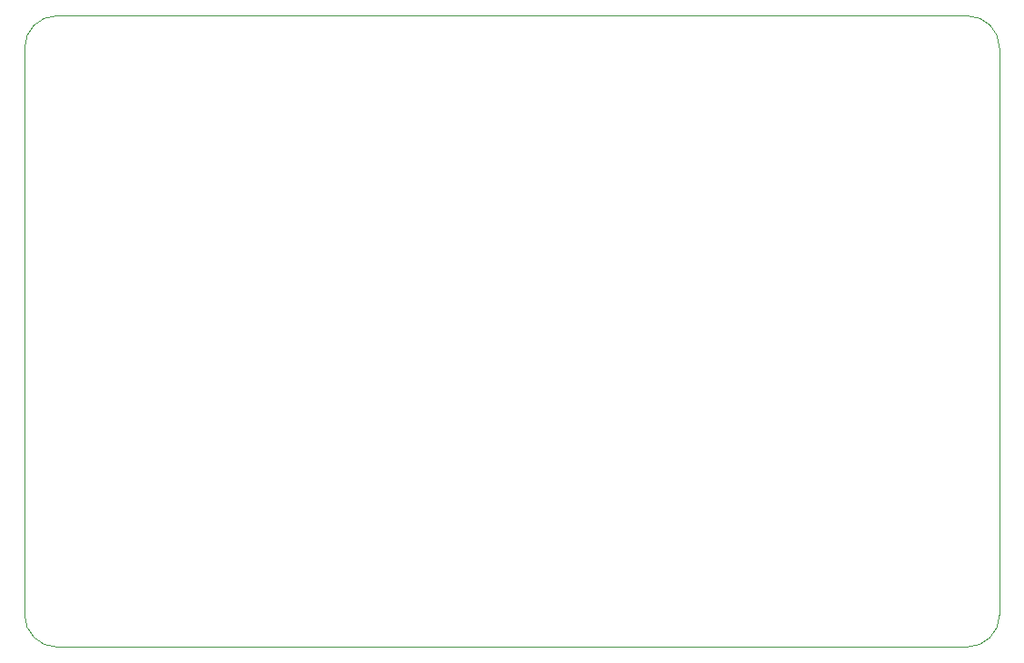
<source format=gbr>
%TF.GenerationSoftware,KiCad,Pcbnew,8.0.7*%
%TF.CreationDate,2025-04-18T20:19:49+02:00*%
%TF.ProjectId,midi_pedals,6d696469-5f70-4656-9461-6c732e6b6963,rev?*%
%TF.SameCoordinates,Original*%
%TF.FileFunction,Profile,NP*%
%FSLAX46Y46*%
G04 Gerber Fmt 4.6, Leading zero omitted, Abs format (unit mm)*
G04 Created by KiCad (PCBNEW 8.0.7) date 2025-04-18 20:19:49*
%MOMM*%
%LPD*%
G01*
G04 APERTURE LIST*
%TA.AperFunction,Profile*%
%ADD10C,0.050000*%
%TD*%
G04 APERTURE END LIST*
D10*
X191000000Y-24000000D02*
G75*
G02*
X194000000Y-27000000I0J-3000000D01*
G01*
X194000000Y-80000000D02*
G75*
G02*
X191000000Y-83000000I-3000000J0D01*
G01*
X103000000Y-27000000D02*
G75*
G02*
X106000000Y-24000000I3000000J0D01*
G01*
X106000000Y-83000000D02*
G75*
G02*
X103000000Y-80000000I0J3000000D01*
G01*
X194000000Y-27000000D02*
X194000000Y-80000000D01*
X106000000Y-24000000D02*
X191000000Y-24000000D01*
X103000000Y-80000000D02*
X103000000Y-27000000D01*
X191000000Y-83000000D02*
X106000000Y-83000000D01*
M02*

</source>
